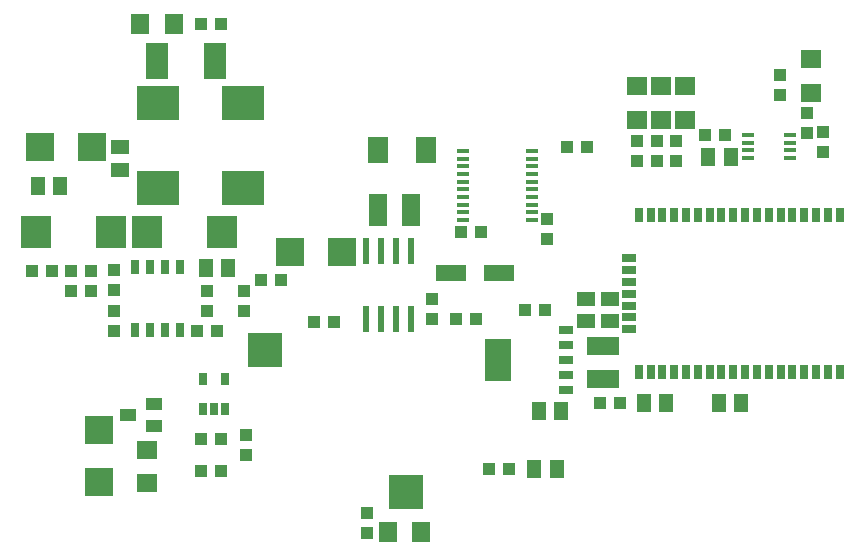
<source format=gtp>
From 8ac7f52728a8ec2a09a6eeebc3cf5d4afff9b485 Mon Sep 17 00:00:00 2001
From: Florent Duchon
Date: Tue, 13 Mar 2012 22:50:23 +0100
Subject: digital/beacon, digital/lol: beacon folders reorganisation

---
 digital/lol/pcb/orders/batchpcb_2011-03-02/lol.GTP | 283 ---------------------
 1 file changed, 283 deletions(-)
 delete mode 100644 digital/lol/pcb/orders/batchpcb_2011-03-02/lol.GTP

(limited to 'digital/lol/pcb/orders/batchpcb_2011-03-02/lol.GTP')

diff --git a/digital/lol/pcb/orders/batchpcb_2011-03-02/lol.GTP b/digital/lol/pcb/orders/batchpcb_2011-03-02/lol.GTP
deleted file mode 100644
index 321fca64..00000000
--- a/digital/lol/pcb/orders/batchpcb_2011-03-02/lol.GTP
+++ /dev/null
@@ -1,283 +0,0 @@
-G75*
-G70*
-%OFA0B0*%
-%FSLAX24Y24*%
-%IPPOS*%
-%LPD*%
-%AMOC8*
-5,1,8,0,0,1.08239X$1,22.5*
-%
-%ADD10R,0.0250X0.0500*%
-%ADD11R,0.0500X0.0250*%
-%ADD12R,0.0591X0.0512*%
-%ADD13R,0.0512X0.0591*%
-%ADD14R,0.0433X0.0394*%
-%ADD15R,0.0394X0.0433*%
-%ADD16R,0.0945X0.0945*%
-%ADD17R,0.0512X0.0630*%
-%ADD18R,0.0390X0.0120*%
-%ADD19R,0.1063X0.0630*%
-%ADD20R,0.1024X0.0551*%
-%ADD21R,0.0630X0.0710*%
-%ADD22R,0.0710X0.0630*%
-%ADD23R,0.0701X0.0850*%
-%ADD24R,0.0748X0.1240*%
-%ADD25R,0.1004X0.1063*%
-%ADD26R,0.0551X0.0394*%
-%ADD27R,0.0272X0.0390*%
-%ADD28R,0.0866X0.1417*%
-%ADD29R,0.0630X0.1063*%
-%ADD30R,0.0394X0.0157*%
-%ADD31R,0.1181X0.1181*%
-%ADD32R,0.0709X0.0630*%
-%ADD33R,0.1417X0.1181*%
-%ADD34R,0.0300X0.0450*%
-%ADD35R,0.0197X0.0866*%
-D10*
-X022884Y007513D03*
-X023278Y007513D03*
-X023672Y007513D03*
-X024065Y007513D03*
-X024459Y007513D03*
-X024853Y007513D03*
-X025247Y007513D03*
-X025640Y007513D03*
-X026034Y007513D03*
-X026428Y007513D03*
-X026821Y007513D03*
-X027215Y007513D03*
-X027609Y007513D03*
-X028002Y007513D03*
-X028396Y007513D03*
-X028790Y007513D03*
-X029184Y007513D03*
-X029577Y007513D03*
-X029577Y012749D03*
-X029184Y012749D03*
-X028790Y012749D03*
-X028396Y012749D03*
-X028002Y012749D03*
-X027609Y012749D03*
-X027215Y012749D03*
-X026821Y012749D03*
-X026428Y012749D03*
-X026034Y012749D03*
-X025640Y012749D03*
-X025247Y012749D03*
-X024853Y012749D03*
-X024459Y012749D03*
-X024065Y012749D03*
-X023672Y012749D03*
-X023278Y012749D03*
-X022884Y012749D03*
-D11*
-X022569Y011312D03*
-X022569Y010918D03*
-X022569Y010525D03*
-X022569Y010131D03*
-X022569Y009737D03*
-X022569Y009344D03*
-X022569Y008950D03*
-X020443Y008939D03*
-X020443Y008439D03*
-X020443Y007939D03*
-X020443Y007439D03*
-X020443Y006939D03*
-D12*
-X021130Y009214D03*
-X021930Y009214D03*
-X021930Y009963D03*
-X021130Y009963D03*
-X005580Y014264D03*
-X005580Y015013D03*
-D13*
-X003604Y013739D03*
-X002856Y013739D03*
-X008456Y010989D03*
-X009204Y010989D03*
-X019556Y006239D03*
-X020304Y006239D03*
-X025556Y006489D03*
-X026304Y006489D03*
-X025954Y014689D03*
-X025206Y014689D03*
-D14*
-X024130Y014554D03*
-X023480Y014554D03*
-X022830Y014554D03*
-X022830Y015223D03*
-X023480Y015223D03*
-X024130Y015223D03*
-X027580Y016754D03*
-X027580Y017423D03*
-X028480Y016173D03*
-X028480Y015504D03*
-X029030Y015523D03*
-X029030Y014854D03*
-X019765Y009589D03*
-X019095Y009589D03*
-X015980Y009304D03*
-X015980Y009973D03*
-X012715Y009189D03*
-X012045Y009189D03*
-X009730Y009554D03*
-X009730Y010223D03*
-X005380Y010254D03*
-X005380Y010923D03*
-X008295Y005289D03*
-X008965Y005289D03*
-X008965Y004239D03*
-X008295Y004239D03*
-X013830Y002823D03*
-X013830Y002154D03*
-X016945Y012189D03*
-X017615Y012189D03*
-D15*
-X019830Y011954D03*
-X019830Y012623D03*
-X020495Y015039D03*
-X021165Y015039D03*
-X025095Y015439D03*
-X025765Y015439D03*
-X017465Y009289D03*
-X016795Y009289D03*
-X021595Y006489D03*
-X022265Y006489D03*
-X018565Y004289D03*
-X017895Y004289D03*
-X009780Y004754D03*
-X009780Y005423D03*
-X008815Y008889D03*
-X008145Y008889D03*
-X008480Y009554D03*
-X008480Y010223D03*
-X010295Y010589D03*
-X010965Y010589D03*
-X005380Y009573D03*
-X005380Y008904D03*
-X004615Y010239D03*
-X003945Y010239D03*
-X003945Y010889D03*
-X003315Y010889D03*
-X002645Y010889D03*
-X004615Y010889D03*
-X008295Y019139D03*
-X008965Y019139D03*
-D16*
-X004880Y003872D03*
-X004880Y005605D03*
-X011264Y011539D03*
-X012996Y011539D03*
-X004646Y015039D03*
-X002914Y015039D03*
-D17*
-X019406Y004289D03*
-X020154Y004289D03*
-X023056Y006489D03*
-X023804Y006489D03*
-D18*
-X019329Y012587D03*
-X019329Y012843D03*
-X019329Y013099D03*
-X019329Y013355D03*
-X019329Y013611D03*
-X019329Y013866D03*
-X019329Y014122D03*
-X019329Y014378D03*
-X019329Y014634D03*
-X019329Y014890D03*
-X017031Y014890D03*
-X017031Y014634D03*
-X017031Y014378D03*
-X017031Y014122D03*
-X017031Y013866D03*
-X017031Y013611D03*
-X017031Y013355D03*
-X017031Y013099D03*
-X017031Y012843D03*
-X017031Y012587D03*
-D19*
-X021680Y008390D03*
-X021680Y007287D03*
-D20*
-X018237Y010839D03*
-X016623Y010839D03*
-D21*
-X007390Y019139D03*
-X006270Y019139D03*
-X014520Y002189D03*
-X015640Y002189D03*
-D22*
-X022830Y015929D03*
-X023630Y015929D03*
-X024430Y015929D03*
-X024430Y017048D03*
-X023630Y017048D03*
-X022830Y017048D03*
-X028630Y016829D03*
-X028630Y017948D03*
-D23*
-X015783Y014939D03*
-X014181Y014939D03*
-D24*
-X008745Y017889D03*
-X006815Y017889D03*
-D25*
-X006480Y012189D03*
-X005280Y012189D03*
-X002780Y012189D03*
-X008980Y012189D03*
-D26*
-X006713Y006463D03*
-X005847Y006089D03*
-X006713Y005714D03*
-D27*
-X008356Y006281D03*
-X008730Y006281D03*
-X009104Y006281D03*
-X009104Y007300D03*
-X008356Y007300D03*
-D28*
-X018199Y007939D03*
-D29*
-X015281Y012939D03*
-X014179Y012939D03*
-D30*
-X026521Y014655D03*
-X026521Y014911D03*
-X026521Y015166D03*
-X026521Y015422D03*
-X027939Y015422D03*
-X027939Y015166D03*
-X027939Y014911D03*
-X027939Y014655D03*
-D31*
-X015142Y003526D03*
-X010418Y008251D03*
-D32*
-X006480Y004940D03*
-X006480Y003837D03*
-D33*
-X006863Y013671D03*
-X009697Y013671D03*
-X009697Y016506D03*
-X006863Y016506D03*
-D34*
-X007080Y011039D03*
-X006580Y011039D03*
-X006080Y011039D03*
-X007580Y011039D03*
-X007580Y008939D03*
-X007080Y008939D03*
-X006580Y008939D03*
-X006080Y008939D03*
-D35*
-X013802Y009292D03*
-X014302Y009292D03*
-X014802Y009292D03*
-X015302Y009292D03*
-X015302Y011556D03*
-X014802Y011556D03*
-X014302Y011556D03*
-X013802Y011556D03*
-M02*
-- 
cgit v1.2.3


</source>
